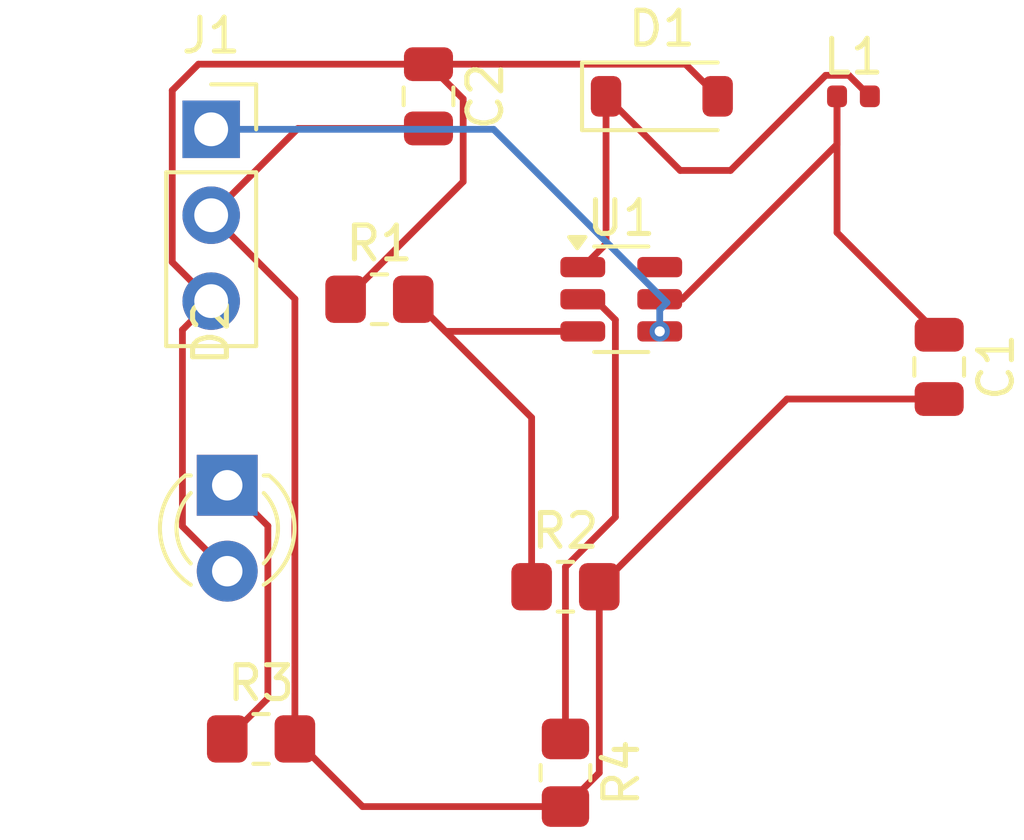
<source format=kicad_pcb>
(kicad_pcb (version 20241229) (generator "pcbnew") (generator_version "9.0")
  (layers (0 "F.Cu" signal) (2 "B.Cu" signal) (13 "F.Paste" user) (15 "B.Paste" user) (5 "F.SilkS" user "F.Silkscreen") (7 "B.SilkS" user "B.Silkscreen") (1 "F.Mask" user) (3 "B.Mask" user) (25 "Edge.Cuts" user))
  (net 0 "")
  (net 1 "VCC")
  (net 2 "GND")
  (net 3 "+5V")
  (net 4 "Net-(D1-K)")
  (net 5 "Net-(D2-K)")
  (net 6 "Net-(U1-FB)")
  (net 8 "Net-(U1-GND)")
  (footprint "LED_THT:LED_D3.0mm" (layer "F.Cu") (at 138.5 77 -90)
    (property "Reference" "D2" (at -4.54 0.48 90) (layer "F.SilkS"))
    (property "Value" "LED")
    (fp_line (start -0.29 1.08) (end -0.29 1.236) (stroke (width 0.12)) (layer "F.SilkS"))
    (fp_line (start -0.29 -1.236) (end -0.29 -1.08) (stroke (width 0.12)) (layer "F.SilkS"))
    (fp_arc (start 2.310961 1.08) (mid 1.27 1.5) (end 0.229039 1.08) (stroke (width 0.12)) (layer "F.SilkS"))
    (fp_arc (start 2.941437 1.08) (mid 1.36566 1.987699) (end -0.29 1.235516) (stroke (width 0.12)) (layer "F.SilkS"))
    (fp_arc (start 0.229039 -1.08) (mid 1.27 -1.5) (end 2.310961 -1.08) (stroke (width 0.12)) (layer "F.SilkS"))
    (fp_arc (start -0.29 -1.235516) (mid 1.36566 -1.987699) (end 2.941437 -1.08) (stroke (width 0.12)) (layer "F.SilkS"))
    (pad "1" thru_hole rect (at 0 0 270) (size 1.8 1.8) (drill 0.9) (layers "*.Cu" "*.Mask") (net 5 "Net-(D2-K)"))
    (pad "2" thru_hole circle (at 2.54 0 270) (size 1.8 1.8) (drill 0.9) (layers "*.Cu" "*.Mask") (net 3 "+5V"))
  )
  (footprint "Package_TO_SOT_SMD:SOT-23-6" (layer "F.Cu") (at 150.15 71.5)
    (property "Reference" "U1" (at 0 -2.4 0) (layer "F.SilkS"))
    (property "Value" "MT3608")
    (fp_line (start 0 -1.56) (end -0.8 -1.56) (stroke (width 0.12)) (layer "F.SilkS"))
    (fp_line (start 0 -1.56) (end 0.8 -1.56) (stroke (width 0.12)) (layer "F.SilkS"))
    (fp_line (start 0 1.56) (end -0.8 1.56) (stroke (width 0.12)) (layer "F.SilkS"))
    (fp_line (start 0 1.56) (end 0.8 1.56) (stroke (width 0.12)) (layer "F.SilkS"))
    (fp_poly (pts (xy -1.3 -1.51) (xy -1.54 -1.84) (xy -1.06 -1.84)) (stroke (width 0.12)) (fill yes) (layer "F.SilkS"))
    (pad "1" smd roundrect (at -1.1375 -0.95) (size 1.325 0.6) (layers "F.Cu" "F.Mask" "F.Paste") (net 4 "Net-(D1-K)"))
    (pad "2" smd roundrect (at -1.1375 0) (size 1.325 0.6) (layers "F.Cu" "F.Mask" "F.Paste") (net 8 "Net-(U1-GND)"))
    (pad "3" smd roundrect (at -1.1375 0.95) (size 1.325 0.6) (layers "F.Cu" "F.Mask" "F.Paste") (net 6 "Net-(U1-FB)"))
    (pad "4" smd roundrect (at 1.1375 0.95) (size 1.325 0.6) (layers "F.Cu" "F.Mask" "F.Paste") (net 1 "VCC"))
    (pad "5" smd roundrect (at 1.1375 0) (size 1.325 0.6) (layers "F.Cu" "F.Mask" "F.Paste") (net 1 "VCC"))
    (pad "6" smd roundrect (at 1.1375 -0.95) (size 1.325 0.6) (layers "F.Cu" "F.Mask" "F.Paste"))
  )
  (footprint "Resistor_SMD:R_0805_2012Metric_Pad1.20x1.40mm_HandSolder" (layer "F.Cu") (at 139.5 84.5)
    (property "Reference" "R3" (at 0 -1.65 0) (layer "F.SilkS"))
    (property "Value" "R_US")
    (fp_line (start -0.227064 -0.735) (end 0.227064 -0.735) (stroke (width 0.12)) (layer "F.SilkS"))
    (fp_line (start -0.227064 0.735) (end 0.227064 0.735) (stroke (width 0.12)) (layer "F.SilkS"))
    (pad "1" smd roundrect (at -1 0) (size 1.2 1.4) (layers "F.Cu" "F.Mask" "F.Paste") (roundrect_rratio 0.208333) (net 5 "Net-(D2-K)"))
    (pad "2" smd roundrect (at 1 0) (size 1.2 1.4) (layers "F.Cu" "F.Mask" "F.Paste") (roundrect_rratio 0.208333) (net 2 "GND"))
  )
  (footprint "Connector_PinSocket_2.54mm:PinSocket_1x03_P2.54mm_Vertical" (layer "F.Cu") (at 138.025 66.475)
    (property "Reference" "J1" (at 0 -2.77 0) (layer "F.SilkS"))
    (property "Value" "Conn_01x03_Pin")
    (fp_line (start -1.33 1.27) (end -1.33 6.41) (stroke (width 0.12)) (layer "F.SilkS"))
    (fp_line (start -1.33 1.27) (end 1.33 1.27) (stroke (width 0.12)) (layer "F.SilkS"))
    (fp_line (start -1.33 6.41) (end 1.33 6.41) (stroke (width 0.12)) (layer "F.SilkS"))
    (fp_line (start 0 -1.33) (end 1.33 -1.33) (stroke (width 0.12)) (layer "F.SilkS"))
    (fp_line (start 1.33 -1.33) (end 1.33 0) (stroke (width 0.12)) (layer "F.SilkS"))
    (fp_line (start 1.33 1.27) (end 1.33 6.41) (stroke (width 0.12)) (layer "F.SilkS"))
    (pad "1" thru_hole rect (at 0 0) (size 1.7 1.7) (drill 1) (layers "*.Cu" "*.Mask") (net 1 "VCC"))
    (pad "2" thru_hole circle (at 0 2.54) (size 1.7 1.7) (drill 1) (layers "*.Cu" "*.Mask") (net 2 "GND"))
    (pad "3" thru_hole circle (at 0 5.08) (size 1.7 1.7) (drill 1) (layers "*.Cu" "*.Mask") (net 3 "+5V"))
  )
  (footprint "Resistor_SMD:R_0805_2012Metric_Pad1.20x1.40mm_HandSolder" (layer "F.Cu") (at 148.5 85.5 -90)
    (property "Reference" "R4" (at 0 -1.65 90) (layer "F.SilkS"))
    (property "Value" "R_US")
    (fp_line (start -0.227064 0.735) (end 0.227064 0.735) (stroke (width 0.12)) (layer "F.SilkS"))
    (fp_line (start -0.227064 -0.735) (end 0.227064 -0.735) (stroke (width 0.12)) (layer "F.SilkS"))
    (pad "1" smd roundrect (at -1 0 270) (size 1.2 1.4) (layers "F.Cu" "F.Mask" "F.Paste") (roundrect_rratio 0.208333) (net 8 "Net-(U1-GND)"))
    (pad "2" smd roundrect (at 1 0 270) (size 1.2 1.4) (layers "F.Cu" "F.Mask" "F.Paste") (roundrect_rratio 0.208333) (net 2 "GND"))
  )
  (footprint "Diode_SMD:D_SOD-123" (layer "F.Cu") (at 151.35 65.5)
    (property "Reference" "D1" (at 0 -2 0) (layer "F.SilkS"))
    (property "Value" "D_Schottky")
    (fp_line (start -2.36 -1) (end -2.36 1) (stroke (width 0.12)) (layer "F.SilkS"))
    (fp_line (start -2.36 -1) (end 1.65 -1) (stroke (width 0.12)) (layer "F.SilkS"))
    (fp_line (start -2.36 1) (end 1.65 1) (stroke (width 0.12)) (layer "F.SilkS"))
    (pad "1" smd roundrect (at -1.65 0) (size 0.9 1.2) (layers "F.Cu" "F.Mask" "F.Paste") (net 4 "Net-(D1-K)"))
    (pad "2" smd roundrect (at 1.65 0) (size 0.9 1.2) (layers "F.Cu" "F.Mask" "F.Paste") (net 3 "+5V"))
  )
  (footprint "Resistor_SMD:R_0805_2012Metric_Pad1.20x1.40mm_HandSolder" (layer "F.Cu") (at 143 71.5)
    (property "Reference" "R1" (at 0 -1.65 0) (layer "F.SilkS"))
    (property "Value" "R_US")
    (fp_line (start -0.227064 -0.735) (end 0.227064 -0.735) (stroke (width 0.12)) (layer "F.SilkS"))
    (fp_line (start -0.227064 0.735) (end 0.227064 0.735) (stroke (width 0.12)) (layer "F.SilkS"))
    (pad "1" smd roundrect (at -1 0) (size 1.2 1.4) (layers "F.Cu" "F.Mask" "F.Paste") (roundrect_rratio 0.208333) (net 3 "+5V"))
    (pad "2" smd roundrect (at 1 0) (size 1.2 1.4) (layers "F.Cu" "F.Mask" "F.Paste") (roundrect_rratio 0.208333) (net 6 "Net-(U1-FB)"))
  )
  (footprint "Capacitor_SMD:C_0805_2012Metric" (layer "F.Cu") (at 144.45 65.5 -90)
    (property "Reference" "C2" (at 0 -1.68 90) (layer "F.SilkS"))
    (property "Value" "22uF")
    (fp_line (start -0.261252 0.735) (end 0.261252 0.735) (stroke (width 0.12)) (layer "F.SilkS"))
    (fp_line (start -0.261252 -0.735) (end 0.261252 -0.735) (stroke (width 0.12)) (layer "F.SilkS"))
    (pad "1" smd roundrect (at -0.95 0 270) (size 1 1.45) (layers "F.Cu" "F.Mask" "F.Paste") (net 3 "+5V"))
    (pad "2" smd roundrect (at 0.95 0 270) (size 1 1.45) (layers "F.Cu" "F.Mask" "F.Paste") (net 2 "GND"))
  )
  (footprint "Capacitor_SMD:C_0805_2012Metric" (layer "F.Cu") (at 159.55 73.5 -90)
    (property "Reference" "C1" (at 0 -1.68 90) (layer "F.SilkS"))
    (property "Value" "22uF")
    (fp_line (start -0.261252 0.735) (end 0.261252 0.735) (stroke (width 0.12)) (layer "F.SilkS"))
    (fp_line (start -0.261252 -0.735) (end 0.261252 -0.735) (stroke (width 0.12)) (layer "F.SilkS"))
    (pad "1" smd roundrect (at -0.95 0 270) (size 1 1.45) (layers "F.Cu" "F.Mask" "F.Paste") (net 1 "VCC"))
    (pad "2" smd roundrect (at 0.95 0 270) (size 1 1.45) (layers "F.Cu" "F.Mask" "F.Paste") (net 2 "GND"))
  )
  (footprint "Inductor_SMD:L_0402_1005Metric" (layer "F.Cu") (at 157.015 65.5)
    (property "Reference" "L1" (at 0 -1.17 0) (layer "F.SilkS"))
    (property "Value" "4.7uH")
    (pad "1" smd roundrect (at -0.485 0) (size 0.59 0.64) (layers "F.Cu" "F.Mask" "F.Paste") (net 1 "VCC"))
    (pad "2" smd roundrect (at 0.485 0) (size 0.59 0.64) (layers "F.Cu" "F.Mask" "F.Paste") (net 4 "Net-(D1-K)"))
  )
  (footprint "Resistor_SMD:R_0805_2012Metric_Pad1.20x1.40mm_HandSolder" (layer "F.Cu") (at 148.5 80)
    (property "Reference" "R2" (at 0 -1.65 0) (layer "F.SilkS"))
    (property "Value" "R_US")
    (fp_line (start -0.227064 -0.735) (end 0.227064 -0.735) (stroke (width 0.12)) (layer "F.SilkS"))
    (fp_line (start -0.227064 0.735) (end 0.227064 0.735) (stroke (width 0.12)) (layer "F.SilkS"))
    (pad "1" smd roundrect (at -1 0) (size 1.2 1.4) (layers "F.Cu" "F.Mask" "F.Paste") (roundrect_rratio 0.208333) (net 6 "Net-(U1-FB)"))
    (pad "2" smd roundrect (at 1 0) (size 1.2 1.4) (layers "F.Cu" "F.Mask" "F.Paste") (roundrect_rratio 0.208333) (net 2 "GND"))
  )
  (segment (start 156.53 66.919999) (end 156.53 65.5) (width 0.2) (layer "F.Cu") (net 1))
  (segment (start 151.2875 71.5) (end 151.949999 71.5) (width 0.2) (layer "F.Cu") (net 1))
  (segment (start 156.53 69.53) (end 159.55 72.55) (width 0.2) (layer "F.Cu") (net 1))
  (segment (start 151.949999 71.5) (end 156.53 66.919999) (width 0.2) (layer "F.Cu") (net 1))
  (segment (start 156.53 65.5) (end 156.53 69.53) (width 0.2) (layer "F.Cu") (net 1))
  (via (at 151.2875 72.45) (size 0.6) (drill 0.3) (layers "F.Cu" "B.Cu") (net 1))
  (segment (start 151.2875 71.8125) (end 151.2875 72.45) (width 0.2) (layer "B.Cu") (net 1))
  (segment (start 138.025 66.475) (end 146.375 66.475) (width 0.2) (layer "B.Cu") (net 1))
  (segment (start 151.5 71.6) (end 151.2875 71.8125) (width 0.2) (layer "B.Cu") (net 1))
  (segment (start 146.375 66.475) (end 151.5 71.6) (width 0.2) (layer "B.Cu") (net 1))
  (segment (start 149.5 80) (end 149.5 85.5) (width 0.2) (layer "F.Cu") (net 2))
  (segment (start 142.5 86.5) (end 140.5 84.5) (width 0.2) (layer "F.Cu") (net 2))
  (segment (start 140.5 71.49) (end 140.5 84.5) (width 0.2) (layer "F.Cu") (net 2))
  (segment (start 138.025 69.015) (end 140.5 71.49) (width 0.2) (layer "F.Cu") (net 2))
  (segment (start 155.05 74.45) (end 149.5 80) (width 0.2) (layer "F.Cu") (net 2))
  (segment (start 140.59 66.45) (end 138.025 69.015) (width 0.2) (layer "F.Cu") (net 2))
  (segment (start 144.45 66.45) (end 140.59 66.45) (width 0.2) (layer "F.Cu") (net 2))
  (segment (start 148.5 86.5) (end 142.5 86.5) (width 0.2) (layer "F.Cu") (net 2))
  (segment (start 159.55 74.45) (end 155.05 74.45) (width 0.2) (layer "F.Cu") (net 2))
  (segment (start 149.5 85.5) (end 148.5 86.5) (width 0.2) (layer "F.Cu") (net 2))
  (segment (start 137.175 72.405) (end 137.175 78.215) (width 0.2) (layer "F.Cu") (net 3))
  (segment (start 137.648 64.55) (end 136.874 65.324) (width 0.2) (layer "F.Cu") (net 3))
  (segment (start 145.476 65.576) (end 145.476 68.024) (width 0.2) (layer "F.Cu") (net 3))
  (segment (start 138.025 71.555) (end 137.175 72.405) (width 0.2) (layer "F.Cu") (net 3))
  (segment (start 152.05 64.55) (end 153 65.5) (width 0.2) (layer "F.Cu") (net 3))
  (segment (start 144.45 64.55) (end 152.05 64.55) (width 0.2) (layer "F.Cu") (net 3))
  (segment (start 144.45 64.55) (end 145.476 65.576) (width 0.2) (layer "F.Cu") (net 3))
  (segment (start 136.874 70.404) (end 138.025 71.555) (width 0.2) (layer "F.Cu") (net 3))
  (segment (start 136.874 65.324) (end 136.874 70.404) (width 0.2) (layer "F.Cu") (net 3))
  (segment (start 144.45 64.55) (end 137.648 64.55) (width 0.2) (layer "F.Cu") (net 3))
  (segment (start 137.175 78.215) (end 138.5 79.54) (width 0.2) (layer "F.Cu") (net 3))
  (segment (start 145.476 68.024) (end 142 71.5) (width 0.2) (layer "F.Cu") (net 3))
  (segment (start 149.7 69.8625) (end 149.7 65.5) (width 0.2) (layer "F.Cu") (net 4))
  (segment (start 156.879 64.879) (end 157.5 65.5) (width 0.2) (layer "F.Cu") (net 4))
  (segment (start 153.380189 67.691449) (end 156.192638 64.879) (width 0.2) (layer "F.Cu") (net 4))
  (segment (start 151.891449 67.691449) (end 153.380189 67.691449) (width 0.2) (layer "F.Cu") (net 4))
  (segment (start 149.7 65.5) (end 151.891449 67.691449) (width 0.2) (layer "F.Cu") (net 4))
  (segment (start 149.0125 70.55) (end 149.7 69.8625) (width 0.2) (layer "F.Cu") (net 4))
  (segment (start 156.192638 64.879) (end 156.879 64.879) (width 0.2) (layer "F.Cu") (net 4))
  (segment (start 139.701 83.299) (end 138.5 84.5) (width 0.2) (layer "F.Cu") (net 5))
  (segment (start 138.5 77) (end 139.701 78.201) (width 0.2) (layer "F.Cu") (net 5))
  (segment (start 139.701 78.201) (end 139.701 83.299) (width 0.2) (layer "F.Cu") (net 5))
  (segment (start 147.5 75) (end 144 71.5) (width 0.2) (layer "F.Cu") (net 6))
  (segment (start 147.5 80) (end 147.5 75) (width 0.2) (layer "F.Cu") (net 6))
  (segment (start 149.0125 72.45) (end 144.95 72.45) (width 0.2) (layer "F.Cu") (net 6))
  (segment (start 144.95 72.45) (end 144 71.5) (width 0.2) (layer "F.Cu") (net 6))
  (segment (start 149.0125 71.5) (end 149.366968 71.5) (width 0.2) (layer "F.Cu") (net 8))
  (segment (start 149.366968 71.5) (end 149.976 72.109032) (width 0.2) (layer "F.Cu") (net 8))
  (segment (start 148.5 79.41384) (end 148.5 84.5) (width 0.2) (layer "F.Cu") (net 8))
  (segment (start 149.976 72.109032) (end 149.976 77.93784) (width 0.2) (layer "F.Cu") (net 8))
  (segment (start 149.976 77.93784) (end 148.5 79.41384) (width 0.2) (layer "F.Cu") (net 8))
)
</source>
